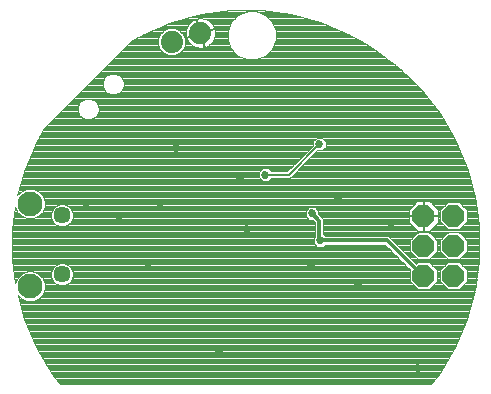
<source format=gbl>
G75*
%MOIN*%
%OFA0B0*%
%FSLAX25Y25*%
%IPPOS*%
%LPD*%
%AMOC8*
5,1,8,0,0,1.08239X$1,22.5*
%
%ADD10C,0.07400*%
%ADD11C,0.05709*%
%ADD12C,0.08268*%
%ADD13OC8,0.07400*%
%ADD14C,0.00394*%
%ADD15C,0.02700*%
%ADD16C,0.01200*%
%ADD17C,0.00600*%
D10*
X0059754Y0162983D03*
X0069312Y0165923D03*
D11*
X0023194Y0105144D03*
X0023194Y0085459D03*
D12*
X0012605Y0081524D03*
X0012559Y0109096D03*
D13*
X0143725Y0104976D03*
X0153725Y0104976D03*
X0153725Y0094976D03*
X0143725Y0094976D03*
X0143725Y0084976D03*
X0153725Y0084976D03*
D14*
X0022560Y0048932D02*
X0019837Y0052386D01*
X0014658Y0061146D01*
X0010695Y0070519D01*
X0008467Y0078690D01*
X0009812Y0077344D01*
X0011624Y0076594D01*
X0013586Y0076594D01*
X0015398Y0077344D01*
X0016785Y0078731D01*
X0017536Y0080543D01*
X0017536Y0082505D01*
X0016785Y0084317D01*
X0015398Y0085704D01*
X0013586Y0086455D01*
X0011624Y0086455D01*
X0009812Y0085704D01*
X0008425Y0084317D01*
X0007715Y0082604D01*
X0006673Y0090425D01*
X0006687Y0100601D01*
X0007689Y0107968D01*
X0008379Y0106302D01*
X0009766Y0104915D01*
X0011578Y0104165D01*
X0013540Y0104165D01*
X0015352Y0104915D01*
X0016739Y0106302D01*
X0017490Y0108115D01*
X0017490Y0110076D01*
X0016739Y0111889D01*
X0015352Y0113276D01*
X0013540Y0114026D01*
X0011578Y0114026D01*
X0009766Y0113276D01*
X0008395Y0111904D01*
X0010763Y0120496D01*
X0014752Y0129858D01*
X0017106Y0134135D01*
X0046261Y0163290D01*
X0050489Y0165639D01*
X0059746Y0169616D01*
X0069455Y0172309D01*
X0079439Y0173668D01*
X0089515Y0173668D01*
X0099499Y0172309D01*
X0109208Y0169616D01*
X0118466Y0165639D01*
X0122242Y0163540D01*
X0122243Y0163538D01*
X0122900Y0163173D01*
X0123544Y0162786D01*
X0123547Y0162787D01*
X0127318Y0160530D01*
X0135523Y0154431D01*
X0142846Y0147297D01*
X0149158Y0139254D01*
X0154347Y0130445D01*
X0158321Y0121025D01*
X0161011Y0111161D01*
X0162367Y0101028D01*
X0162367Y0090804D01*
X0161011Y0080671D01*
X0158321Y0070807D01*
X0154347Y0061387D01*
X0149158Y0052578D01*
X0146339Y0048986D01*
X0022560Y0048932D01*
X0022382Y0049159D02*
X0146475Y0049159D01*
X0146783Y0049551D02*
X0022072Y0049551D01*
X0021763Y0049943D02*
X0147090Y0049943D01*
X0147398Y0050335D02*
X0021454Y0050335D01*
X0021145Y0050727D02*
X0147706Y0050727D01*
X0148014Y0051120D02*
X0020835Y0051120D01*
X0020526Y0051512D02*
X0148322Y0051512D01*
X0148629Y0051904D02*
X0020217Y0051904D01*
X0019908Y0052296D02*
X0148937Y0052296D01*
X0149223Y0052689D02*
X0019658Y0052689D01*
X0019426Y0053081D02*
X0149454Y0053081D01*
X0149685Y0053473D02*
X0019194Y0053473D01*
X0018963Y0053865D02*
X0149916Y0053865D01*
X0150148Y0054257D02*
X0018731Y0054257D01*
X0018499Y0054650D02*
X0150379Y0054650D01*
X0150610Y0055042D02*
X0018267Y0055042D01*
X0018035Y0055434D02*
X0150841Y0055434D01*
X0151072Y0055826D02*
X0017803Y0055826D01*
X0017572Y0056218D02*
X0151303Y0056218D01*
X0151534Y0056611D02*
X0017340Y0056611D01*
X0017108Y0057003D02*
X0151765Y0057003D01*
X0151996Y0057395D02*
X0016876Y0057395D01*
X0016644Y0057787D02*
X0152227Y0057787D01*
X0152458Y0058179D02*
X0016412Y0058179D01*
X0016180Y0058572D02*
X0152689Y0058572D01*
X0152920Y0058964D02*
X0015949Y0058964D01*
X0015717Y0059356D02*
X0153151Y0059356D01*
X0153382Y0059748D02*
X0015485Y0059748D01*
X0015253Y0060141D02*
X0153613Y0060141D01*
X0153844Y0060533D02*
X0015021Y0060533D01*
X0014789Y0060925D02*
X0154075Y0060925D01*
X0154306Y0061317D02*
X0014586Y0061317D01*
X0014420Y0061709D02*
X0154483Y0061709D01*
X0154649Y0062102D02*
X0014255Y0062102D01*
X0014089Y0062494D02*
X0154814Y0062494D01*
X0154980Y0062886D02*
X0013923Y0062886D01*
X0013757Y0063278D02*
X0155145Y0063278D01*
X0155311Y0063670D02*
X0013591Y0063670D01*
X0013425Y0064063D02*
X0155476Y0064063D01*
X0155642Y0064455D02*
X0013259Y0064455D01*
X0013094Y0064847D02*
X0155807Y0064847D01*
X0155972Y0065239D02*
X0012928Y0065239D01*
X0012762Y0065632D02*
X0156138Y0065632D01*
X0156303Y0066024D02*
X0012596Y0066024D01*
X0012430Y0066416D02*
X0156469Y0066416D01*
X0156634Y0066808D02*
X0012264Y0066808D01*
X0012098Y0067200D02*
X0156800Y0067200D01*
X0156965Y0067593D02*
X0011933Y0067593D01*
X0011767Y0067985D02*
X0157131Y0067985D01*
X0157296Y0068377D02*
X0011601Y0068377D01*
X0011435Y0068769D02*
X0157462Y0068769D01*
X0157627Y0069161D02*
X0011269Y0069161D01*
X0011103Y0069554D02*
X0157793Y0069554D01*
X0157958Y0069946D02*
X0010937Y0069946D01*
X0010772Y0070338D02*
X0158124Y0070338D01*
X0158289Y0070730D02*
X0010637Y0070730D01*
X0010530Y0071122D02*
X0158408Y0071122D01*
X0158514Y0071515D02*
X0010423Y0071515D01*
X0010317Y0071907D02*
X0158621Y0071907D01*
X0158728Y0072299D02*
X0010210Y0072299D01*
X0010103Y0072691D02*
X0158835Y0072691D01*
X0158942Y0073084D02*
X0009996Y0073084D01*
X0009889Y0073476D02*
X0159049Y0073476D01*
X0159156Y0073868D02*
X0009782Y0073868D01*
X0009675Y0074260D02*
X0159263Y0074260D01*
X0159370Y0074652D02*
X0009568Y0074652D01*
X0009461Y0075045D02*
X0159477Y0075045D01*
X0159584Y0075437D02*
X0009354Y0075437D01*
X0009247Y0075829D02*
X0159691Y0075829D01*
X0159798Y0076221D02*
X0009140Y0076221D01*
X0009033Y0076613D02*
X0011576Y0076613D01*
X0010629Y0077006D02*
X0008926Y0077006D01*
X0008819Y0077398D02*
X0009758Y0077398D01*
X0009366Y0077790D02*
X0008712Y0077790D01*
X0008605Y0078182D02*
X0008974Y0078182D01*
X0008582Y0078575D02*
X0008498Y0078575D01*
X0007833Y0082889D02*
X0007677Y0082889D01*
X0007625Y0083281D02*
X0007996Y0083281D01*
X0008158Y0083673D02*
X0007573Y0083673D01*
X0007521Y0084065D02*
X0008321Y0084065D01*
X0008566Y0084458D02*
X0007468Y0084458D01*
X0007416Y0084850D02*
X0008958Y0084850D01*
X0009350Y0085242D02*
X0007364Y0085242D01*
X0007312Y0085634D02*
X0009742Y0085634D01*
X0010590Y0086027D02*
X0007259Y0086027D01*
X0007207Y0086419D02*
X0011537Y0086419D01*
X0013673Y0086419D02*
X0019640Y0086419D01*
X0019543Y0086185D02*
X0020099Y0087527D01*
X0021126Y0088554D01*
X0022468Y0089110D01*
X0023920Y0089110D01*
X0025262Y0088554D01*
X0026289Y0087527D01*
X0026845Y0086185D01*
X0026845Y0084732D01*
X0026289Y0083390D01*
X0025262Y0082363D01*
X0023920Y0081807D01*
X0022468Y0081807D01*
X0021126Y0082363D01*
X0020099Y0083390D01*
X0019543Y0084732D01*
X0019543Y0086185D01*
X0019543Y0086027D02*
X0014620Y0086027D01*
X0015468Y0085634D02*
X0019543Y0085634D01*
X0019543Y0085242D02*
X0015860Y0085242D01*
X0016253Y0084850D02*
X0019543Y0084850D01*
X0019657Y0084458D02*
X0016645Y0084458D01*
X0016890Y0084065D02*
X0019819Y0084065D01*
X0019982Y0083673D02*
X0017052Y0083673D01*
X0017214Y0083281D02*
X0020208Y0083281D01*
X0020600Y0082889D02*
X0017377Y0082889D01*
X0017536Y0082497D02*
X0020993Y0082497D01*
X0021751Y0082104D02*
X0017536Y0082104D01*
X0017536Y0081712D02*
X0140630Y0081712D01*
X0141022Y0081320D02*
X0017536Y0081320D01*
X0017536Y0080928D02*
X0141414Y0080928D01*
X0141807Y0080536D02*
X0017533Y0080536D01*
X0017370Y0080143D02*
X0160867Y0080143D01*
X0160760Y0079751D02*
X0017208Y0079751D01*
X0017045Y0079359D02*
X0160653Y0079359D01*
X0160546Y0078967D02*
X0016883Y0078967D01*
X0016628Y0078575D02*
X0160439Y0078575D01*
X0160332Y0078182D02*
X0016236Y0078182D01*
X0015844Y0077790D02*
X0160225Y0077790D01*
X0160118Y0077398D02*
X0015452Y0077398D01*
X0014581Y0077006D02*
X0160011Y0077006D01*
X0159905Y0076613D02*
X0013634Y0076613D01*
X0019802Y0086811D02*
X0007155Y0086811D01*
X0007103Y0087203D02*
X0019965Y0087203D01*
X0020167Y0087595D02*
X0007050Y0087595D01*
X0006998Y0087988D02*
X0020560Y0087988D01*
X0020952Y0088380D02*
X0006946Y0088380D01*
X0006894Y0088772D02*
X0021653Y0088772D01*
X0024736Y0088772D02*
X0137566Y0088772D01*
X0137174Y0089164D02*
X0006841Y0089164D01*
X0006789Y0089556D02*
X0136782Y0089556D01*
X0136390Y0089949D02*
X0006737Y0089949D01*
X0006685Y0090341D02*
X0135997Y0090341D01*
X0135605Y0090733D02*
X0006674Y0090733D01*
X0006674Y0091125D02*
X0135213Y0091125D01*
X0134821Y0091518D02*
X0006675Y0091518D01*
X0006675Y0091910D02*
X0134428Y0091910D01*
X0134036Y0092302D02*
X0006676Y0092302D01*
X0006676Y0092694D02*
X0133644Y0092694D01*
X0133252Y0093086D02*
X0006677Y0093086D01*
X0006678Y0093479D02*
X0132860Y0093479D01*
X0132467Y0093871D02*
X0006678Y0093871D01*
X0006679Y0094263D02*
X0132075Y0094263D01*
X0131683Y0094655D02*
X0006679Y0094655D01*
X0006680Y0095047D02*
X0108030Y0095047D01*
X0108393Y0094685D02*
X0107135Y0095942D01*
X0107135Y0097721D01*
X0107585Y0098171D01*
X0107585Y0102853D01*
X0106753Y0103685D01*
X0105693Y0103685D01*
X0104435Y0104942D01*
X0104435Y0106721D01*
X0105693Y0107979D01*
X0107471Y0107979D01*
X0108729Y0106721D01*
X0108729Y0105660D01*
X0110379Y0104010D01*
X0110379Y0098771D01*
X0110921Y0098229D01*
X0132060Y0098229D01*
X0141339Y0088950D01*
X0141863Y0089473D01*
X0145588Y0089473D01*
X0148222Y0086839D01*
X0148222Y0083114D01*
X0145588Y0080479D01*
X0141863Y0080479D01*
X0139229Y0083114D01*
X0139229Y0086839D01*
X0139364Y0086974D01*
X0130903Y0095435D01*
X0110921Y0095435D01*
X0110171Y0094685D01*
X0108393Y0094685D01*
X0107638Y0095440D02*
X0006680Y0095440D01*
X0006681Y0095832D02*
X0107246Y0095832D01*
X0107135Y0096224D02*
X0006681Y0096224D01*
X0006682Y0096616D02*
X0107135Y0096616D01*
X0107135Y0097008D02*
X0006682Y0097008D01*
X0006683Y0097401D02*
X0107135Y0097401D01*
X0107207Y0097793D02*
X0006683Y0097793D01*
X0006684Y0098185D02*
X0107585Y0098185D01*
X0107585Y0098577D02*
X0006685Y0098577D01*
X0006685Y0098970D02*
X0107585Y0098970D01*
X0107585Y0099362D02*
X0006686Y0099362D01*
X0006686Y0099754D02*
X0107585Y0099754D01*
X0107585Y0100146D02*
X0006687Y0100146D01*
X0006687Y0100538D02*
X0107585Y0100538D01*
X0107585Y0100931D02*
X0006732Y0100931D01*
X0006785Y0101323D02*
X0107585Y0101323D01*
X0107585Y0101715D02*
X0024458Y0101715D01*
X0023920Y0101492D02*
X0025262Y0102048D01*
X0026289Y0103075D01*
X0026845Y0104417D01*
X0026845Y0105870D01*
X0026289Y0107212D01*
X0025262Y0108239D01*
X0023920Y0108795D01*
X0022468Y0108795D01*
X0021126Y0108239D01*
X0020099Y0107212D01*
X0019543Y0105870D01*
X0019543Y0104417D01*
X0020099Y0103075D01*
X0021126Y0102048D01*
X0022468Y0101492D01*
X0023920Y0101492D01*
X0025321Y0102107D02*
X0107585Y0102107D01*
X0107585Y0102499D02*
X0025714Y0102499D01*
X0026106Y0102892D02*
X0107547Y0102892D01*
X0107154Y0103284D02*
X0026376Y0103284D01*
X0026538Y0103676D02*
X0106762Y0103676D01*
X0105309Y0104068D02*
X0026701Y0104068D01*
X0026845Y0104461D02*
X0104917Y0104461D01*
X0104525Y0104853D02*
X0026845Y0104853D01*
X0026845Y0105245D02*
X0104435Y0105245D01*
X0104435Y0105637D02*
X0026845Y0105637D01*
X0026779Y0106029D02*
X0104435Y0106029D01*
X0104435Y0106422D02*
X0026617Y0106422D01*
X0026454Y0106814D02*
X0104528Y0106814D01*
X0104920Y0107206D02*
X0026292Y0107206D01*
X0025903Y0107598D02*
X0105312Y0107598D01*
X0107852Y0107598D02*
X0139422Y0107598D01*
X0139030Y0107206D02*
X0108244Y0107206D01*
X0108636Y0106814D02*
X0138829Y0106814D01*
X0138829Y0107005D02*
X0138829Y0105173D01*
X0143529Y0105173D01*
X0143529Y0109873D01*
X0141697Y0109873D01*
X0138829Y0107005D01*
X0138829Y0106422D02*
X0108729Y0106422D01*
X0108729Y0106029D02*
X0138829Y0106029D01*
X0138829Y0105637D02*
X0108752Y0105637D01*
X0109144Y0105245D02*
X0138829Y0105245D01*
X0138829Y0104779D02*
X0138829Y0102948D01*
X0141697Y0100079D01*
X0143529Y0100079D01*
X0143529Y0104779D01*
X0143922Y0104779D01*
X0143922Y0100079D01*
X0145754Y0100079D01*
X0148622Y0102948D01*
X0148622Y0104779D01*
X0143922Y0104779D01*
X0143922Y0105173D01*
X0143529Y0105173D01*
X0143529Y0104779D01*
X0138829Y0104779D01*
X0138829Y0104461D02*
X0109929Y0104461D01*
X0109536Y0104853D02*
X0143529Y0104853D01*
X0143529Y0105245D02*
X0143922Y0105245D01*
X0143922Y0105173D02*
X0143922Y0109873D01*
X0145754Y0109873D01*
X0148622Y0107005D01*
X0148622Y0105173D01*
X0143922Y0105173D01*
X0143922Y0104853D02*
X0149229Y0104853D01*
X0149229Y0105245D02*
X0148622Y0105245D01*
X0148622Y0105637D02*
X0149229Y0105637D01*
X0149229Y0106029D02*
X0148622Y0106029D01*
X0148622Y0106422D02*
X0149229Y0106422D01*
X0149229Y0106814D02*
X0148622Y0106814D01*
X0148421Y0107206D02*
X0149596Y0107206D01*
X0149229Y0106839D02*
X0149229Y0103114D01*
X0151863Y0100479D01*
X0155588Y0100479D01*
X0158222Y0103114D01*
X0158222Y0106839D01*
X0155588Y0109473D01*
X0151863Y0109473D01*
X0149229Y0106839D01*
X0149988Y0107598D02*
X0148029Y0107598D01*
X0147637Y0107990D02*
X0150380Y0107990D01*
X0150772Y0108383D02*
X0147244Y0108383D01*
X0146852Y0108775D02*
X0151164Y0108775D01*
X0151557Y0109167D02*
X0146460Y0109167D01*
X0146068Y0109559D02*
X0161225Y0109559D01*
X0161278Y0109167D02*
X0155894Y0109167D01*
X0156286Y0108775D02*
X0161330Y0108775D01*
X0161383Y0108383D02*
X0156679Y0108383D01*
X0157071Y0107990D02*
X0161435Y0107990D01*
X0161488Y0107598D02*
X0157463Y0107598D01*
X0157855Y0107206D02*
X0161540Y0107206D01*
X0161593Y0106814D02*
X0158222Y0106814D01*
X0158222Y0106422D02*
X0161645Y0106422D01*
X0161698Y0106029D02*
X0158222Y0106029D01*
X0158222Y0105637D02*
X0161750Y0105637D01*
X0161803Y0105245D02*
X0158222Y0105245D01*
X0158222Y0104853D02*
X0161855Y0104853D01*
X0161908Y0104461D02*
X0158222Y0104461D01*
X0158222Y0104068D02*
X0161960Y0104068D01*
X0162013Y0103676D02*
X0158222Y0103676D01*
X0158222Y0103284D02*
X0162065Y0103284D01*
X0162118Y0102892D02*
X0158000Y0102892D01*
X0157608Y0102499D02*
X0162170Y0102499D01*
X0162223Y0102107D02*
X0157216Y0102107D01*
X0156824Y0101715D02*
X0162275Y0101715D01*
X0162328Y0101323D02*
X0156431Y0101323D01*
X0156039Y0100931D02*
X0162367Y0100931D01*
X0162367Y0100538D02*
X0155647Y0100538D01*
X0155588Y0099473D02*
X0151863Y0099473D01*
X0149229Y0096839D01*
X0149229Y0093114D01*
X0151863Y0090479D01*
X0155588Y0090479D01*
X0158222Y0093114D01*
X0158222Y0096839D01*
X0155588Y0099473D01*
X0155699Y0099362D02*
X0162367Y0099362D01*
X0162367Y0099754D02*
X0110379Y0099754D01*
X0110379Y0100146D02*
X0141630Y0100146D01*
X0141238Y0100538D02*
X0110379Y0100538D01*
X0110379Y0100931D02*
X0140846Y0100931D01*
X0140454Y0101323D02*
X0110379Y0101323D01*
X0110379Y0101715D02*
X0140062Y0101715D01*
X0139669Y0102107D02*
X0110379Y0102107D01*
X0110379Y0102499D02*
X0139277Y0102499D01*
X0138885Y0102892D02*
X0110379Y0102892D01*
X0110379Y0103284D02*
X0138829Y0103284D01*
X0138829Y0103676D02*
X0110379Y0103676D01*
X0110321Y0104068D02*
X0138829Y0104068D01*
X0143529Y0104068D02*
X0143922Y0104068D01*
X0143922Y0103676D02*
X0143529Y0103676D01*
X0143529Y0103284D02*
X0143922Y0103284D01*
X0143922Y0102892D02*
X0143529Y0102892D01*
X0143529Y0102499D02*
X0143922Y0102499D01*
X0143922Y0102107D02*
X0143529Y0102107D01*
X0143529Y0101715D02*
X0143922Y0101715D01*
X0143922Y0101323D02*
X0143529Y0101323D01*
X0143529Y0100931D02*
X0143922Y0100931D01*
X0143922Y0100538D02*
X0143529Y0100538D01*
X0143529Y0100146D02*
X0143922Y0100146D01*
X0145588Y0099473D02*
X0141863Y0099473D01*
X0139229Y0096839D01*
X0139229Y0093114D01*
X0141863Y0090479D01*
X0145588Y0090479D01*
X0148222Y0093114D01*
X0148222Y0096839D01*
X0145588Y0099473D01*
X0145699Y0099362D02*
X0151751Y0099362D01*
X0151359Y0098970D02*
X0146092Y0098970D01*
X0146484Y0098577D02*
X0150967Y0098577D01*
X0150575Y0098185D02*
X0146876Y0098185D01*
X0147268Y0097793D02*
X0150183Y0097793D01*
X0149790Y0097401D02*
X0147661Y0097401D01*
X0148053Y0097008D02*
X0149398Y0097008D01*
X0149229Y0096616D02*
X0148222Y0096616D01*
X0148222Y0096224D02*
X0149229Y0096224D01*
X0149229Y0095832D02*
X0148222Y0095832D01*
X0148222Y0095440D02*
X0149229Y0095440D01*
X0149229Y0095047D02*
X0148222Y0095047D01*
X0148222Y0094655D02*
X0149229Y0094655D01*
X0149229Y0094263D02*
X0148222Y0094263D01*
X0148222Y0093871D02*
X0149229Y0093871D01*
X0149229Y0093479D02*
X0148222Y0093479D01*
X0148195Y0093086D02*
X0149256Y0093086D01*
X0149648Y0092694D02*
X0147803Y0092694D01*
X0147411Y0092302D02*
X0150040Y0092302D01*
X0150433Y0091910D02*
X0147018Y0091910D01*
X0146626Y0091518D02*
X0150825Y0091518D01*
X0151217Y0091125D02*
X0146234Y0091125D01*
X0145842Y0090733D02*
X0151609Y0090733D01*
X0151863Y0089473D02*
X0149229Y0086839D01*
X0149229Y0083114D01*
X0151863Y0080479D01*
X0155588Y0080479D01*
X0158222Y0083114D01*
X0158222Y0086839D01*
X0155588Y0089473D01*
X0151863Y0089473D01*
X0151554Y0089164D02*
X0145897Y0089164D01*
X0146289Y0088772D02*
X0151162Y0088772D01*
X0150769Y0088380D02*
X0146681Y0088380D01*
X0147074Y0087988D02*
X0150377Y0087988D01*
X0149985Y0087595D02*
X0147466Y0087595D01*
X0147858Y0087203D02*
X0149593Y0087203D01*
X0149229Y0086811D02*
X0148222Y0086811D01*
X0148222Y0086419D02*
X0149229Y0086419D01*
X0149229Y0086027D02*
X0148222Y0086027D01*
X0148222Y0085634D02*
X0149229Y0085634D01*
X0149229Y0085242D02*
X0148222Y0085242D01*
X0148222Y0084850D02*
X0149229Y0084850D01*
X0149229Y0084458D02*
X0148222Y0084458D01*
X0148222Y0084065D02*
X0149229Y0084065D01*
X0149229Y0083673D02*
X0148222Y0083673D01*
X0148222Y0083281D02*
X0149229Y0083281D01*
X0149453Y0082889D02*
X0147997Y0082889D01*
X0147605Y0082497D02*
X0149846Y0082497D01*
X0150238Y0082104D02*
X0147213Y0082104D01*
X0146821Y0081712D02*
X0150630Y0081712D01*
X0151022Y0081320D02*
X0146429Y0081320D01*
X0146036Y0080928D02*
X0151414Y0080928D01*
X0151807Y0080536D02*
X0145644Y0080536D01*
X0140238Y0082104D02*
X0024637Y0082104D01*
X0025396Y0082497D02*
X0139846Y0082497D01*
X0139453Y0082889D02*
X0025788Y0082889D01*
X0026180Y0083281D02*
X0139229Y0083281D01*
X0139229Y0083673D02*
X0026407Y0083673D01*
X0026569Y0084065D02*
X0139229Y0084065D01*
X0139229Y0084458D02*
X0026732Y0084458D01*
X0026845Y0084850D02*
X0139229Y0084850D01*
X0139229Y0085242D02*
X0026845Y0085242D01*
X0026845Y0085634D02*
X0139229Y0085634D01*
X0139229Y0086027D02*
X0026845Y0086027D01*
X0026748Y0086419D02*
X0139229Y0086419D01*
X0139229Y0086811D02*
X0026586Y0086811D01*
X0026424Y0087203D02*
X0139135Y0087203D01*
X0138743Y0087595D02*
X0026221Y0087595D01*
X0025829Y0087988D02*
X0138351Y0087988D01*
X0137958Y0088380D02*
X0025436Y0088380D01*
X0021931Y0101715D02*
X0006839Y0101715D01*
X0006892Y0102107D02*
X0021067Y0102107D01*
X0020675Y0102499D02*
X0006945Y0102499D01*
X0006999Y0102892D02*
X0020283Y0102892D01*
X0020013Y0103284D02*
X0007052Y0103284D01*
X0007105Y0103676D02*
X0019850Y0103676D01*
X0019688Y0104068D02*
X0007159Y0104068D01*
X0007212Y0104461D02*
X0010864Y0104461D01*
X0009918Y0104853D02*
X0007265Y0104853D01*
X0007319Y0105245D02*
X0009437Y0105245D01*
X0009044Y0105637D02*
X0007372Y0105637D01*
X0007426Y0106029D02*
X0008652Y0106029D01*
X0008330Y0106422D02*
X0007479Y0106422D01*
X0007532Y0106814D02*
X0008167Y0106814D01*
X0008005Y0107206D02*
X0007586Y0107206D01*
X0007639Y0107598D02*
X0007842Y0107598D01*
X0008397Y0111913D02*
X0008403Y0111913D01*
X0008505Y0112305D02*
X0008795Y0112305D01*
X0008613Y0112697D02*
X0009188Y0112697D01*
X0009580Y0113089D02*
X0008721Y0113089D01*
X0008830Y0113481D02*
X0010263Y0113481D01*
X0011210Y0113874D02*
X0008938Y0113874D01*
X0009046Y0114266D02*
X0160164Y0114266D01*
X0160057Y0114658D02*
X0009154Y0114658D01*
X0009262Y0115050D02*
X0159950Y0115050D01*
X0159843Y0115442D02*
X0009370Y0115442D01*
X0009478Y0115835D02*
X0159737Y0115835D01*
X0159630Y0116227D02*
X0009586Y0116227D01*
X0009694Y0116619D02*
X0090058Y0116619D01*
X0090093Y0116585D02*
X0091871Y0116585D01*
X0092921Y0117635D01*
X0098328Y0117635D01*
X0099236Y0117635D01*
X0108386Y0126785D01*
X0109871Y0126785D01*
X0111129Y0128042D01*
X0111129Y0129821D01*
X0109871Y0131079D01*
X0108093Y0131079D01*
X0106835Y0129821D01*
X0106835Y0128336D01*
X0098328Y0119829D01*
X0092921Y0119829D01*
X0091871Y0120879D01*
X0090093Y0120879D01*
X0088835Y0119621D01*
X0088835Y0117842D01*
X0090093Y0116585D01*
X0089666Y0117011D02*
X0009803Y0117011D01*
X0009911Y0117404D02*
X0089274Y0117404D01*
X0088882Y0117796D02*
X0010019Y0117796D01*
X0010127Y0118188D02*
X0088835Y0118188D01*
X0088835Y0118580D02*
X0010235Y0118580D01*
X0010343Y0118972D02*
X0088835Y0118972D01*
X0088835Y0119365D02*
X0010451Y0119365D01*
X0010559Y0119757D02*
X0088971Y0119757D01*
X0089363Y0120149D02*
X0010668Y0120149D01*
X0010783Y0120541D02*
X0089755Y0120541D01*
X0092209Y0120541D02*
X0099040Y0120541D01*
X0098648Y0120149D02*
X0092601Y0120149D01*
X0092690Y0117404D02*
X0159309Y0117404D01*
X0159202Y0117796D02*
X0099397Y0117796D01*
X0099789Y0118188D02*
X0159095Y0118188D01*
X0158988Y0118580D02*
X0100181Y0118580D01*
X0100574Y0118972D02*
X0158881Y0118972D01*
X0158774Y0119365D02*
X0100966Y0119365D01*
X0101358Y0119757D02*
X0158667Y0119757D01*
X0158560Y0120149D02*
X0101750Y0120149D01*
X0102143Y0120541D02*
X0158453Y0120541D01*
X0158346Y0120933D02*
X0102535Y0120933D01*
X0102927Y0121326D02*
X0158195Y0121326D01*
X0158029Y0121718D02*
X0103319Y0121718D01*
X0103711Y0122110D02*
X0157864Y0122110D01*
X0157698Y0122502D02*
X0104104Y0122502D01*
X0104496Y0122894D02*
X0157533Y0122894D01*
X0157367Y0123287D02*
X0104888Y0123287D01*
X0105280Y0123679D02*
X0157202Y0123679D01*
X0157036Y0124071D02*
X0105672Y0124071D01*
X0106065Y0124463D02*
X0156871Y0124463D01*
X0156705Y0124856D02*
X0106457Y0124856D01*
X0106849Y0125248D02*
X0156540Y0125248D01*
X0156374Y0125640D02*
X0107241Y0125640D01*
X0107633Y0126032D02*
X0156209Y0126032D01*
X0156043Y0126424D02*
X0108026Y0126424D01*
X0106492Y0127993D02*
X0013958Y0127993D01*
X0013791Y0127601D02*
X0106100Y0127601D01*
X0105708Y0127209D02*
X0013623Y0127209D01*
X0013456Y0126817D02*
X0105316Y0126817D01*
X0104923Y0126424D02*
X0013289Y0126424D01*
X0013122Y0126032D02*
X0104531Y0126032D01*
X0104139Y0125640D02*
X0012955Y0125640D01*
X0012788Y0125248D02*
X0103747Y0125248D01*
X0103354Y0124856D02*
X0012621Y0124856D01*
X0012454Y0124463D02*
X0102962Y0124463D01*
X0102570Y0124071D02*
X0012287Y0124071D01*
X0012119Y0123679D02*
X0102178Y0123679D01*
X0101786Y0123287D02*
X0011952Y0123287D01*
X0011785Y0122894D02*
X0101393Y0122894D01*
X0101001Y0122502D02*
X0011618Y0122502D01*
X0011451Y0122110D02*
X0100609Y0122110D01*
X0100217Y0121718D02*
X0011284Y0121718D01*
X0011117Y0121326D02*
X0099825Y0121326D01*
X0099432Y0120933D02*
X0010950Y0120933D01*
X0013908Y0113874D02*
X0160271Y0113874D01*
X0160378Y0113481D02*
X0014855Y0113481D01*
X0015539Y0113089D02*
X0160485Y0113089D01*
X0160592Y0112697D02*
X0015931Y0112697D01*
X0016323Y0112305D02*
X0160699Y0112305D01*
X0160806Y0111913D02*
X0016715Y0111913D01*
X0016892Y0111520D02*
X0160913Y0111520D01*
X0161015Y0111128D02*
X0017054Y0111128D01*
X0017217Y0110736D02*
X0161068Y0110736D01*
X0161120Y0110344D02*
X0017379Y0110344D01*
X0017490Y0109951D02*
X0161173Y0109951D01*
X0159523Y0116619D02*
X0091905Y0116619D01*
X0092298Y0117011D02*
X0159416Y0117011D01*
X0155878Y0126817D02*
X0109903Y0126817D01*
X0110295Y0127209D02*
X0155713Y0127209D01*
X0155547Y0127601D02*
X0110687Y0127601D01*
X0111079Y0127993D02*
X0155382Y0127993D01*
X0155216Y0128385D02*
X0111129Y0128385D01*
X0111129Y0128778D02*
X0155051Y0128778D01*
X0154885Y0129170D02*
X0111129Y0129170D01*
X0111129Y0129562D02*
X0154720Y0129562D01*
X0154554Y0129954D02*
X0110995Y0129954D01*
X0110603Y0130347D02*
X0154389Y0130347D01*
X0154174Y0130739D02*
X0110211Y0130739D01*
X0107753Y0130739D02*
X0015237Y0130739D01*
X0015453Y0131131D02*
X0153943Y0131131D01*
X0153712Y0131523D02*
X0015669Y0131523D01*
X0015885Y0131915D02*
X0153481Y0131915D01*
X0153250Y0132308D02*
X0016101Y0132308D01*
X0016316Y0132700D02*
X0153019Y0132700D01*
X0152788Y0133092D02*
X0016532Y0133092D01*
X0016748Y0133484D02*
X0152557Y0133484D01*
X0152326Y0133876D02*
X0016964Y0133876D01*
X0017240Y0134269D02*
X0152095Y0134269D01*
X0151864Y0134661D02*
X0017632Y0134661D01*
X0018025Y0135053D02*
X0151633Y0135053D01*
X0151402Y0135445D02*
X0018417Y0135445D01*
X0018809Y0135837D02*
X0151171Y0135837D01*
X0150940Y0136230D02*
X0019201Y0136230D01*
X0019593Y0136622D02*
X0150709Y0136622D01*
X0150478Y0137014D02*
X0019986Y0137014D01*
X0020378Y0137406D02*
X0030553Y0137406D01*
X0029975Y0137646D02*
X0031250Y0137117D01*
X0032630Y0137117D01*
X0033905Y0137646D01*
X0034881Y0138621D01*
X0035409Y0139896D01*
X0035409Y0141276D01*
X0034881Y0142551D01*
X0033905Y0143526D01*
X0032630Y0144054D01*
X0031250Y0144054D01*
X0029975Y0143526D01*
X0029000Y0142551D01*
X0028472Y0141276D01*
X0028472Y0139896D01*
X0029000Y0138621D01*
X0029975Y0137646D01*
X0029822Y0137799D02*
X0020770Y0137799D01*
X0021162Y0138191D02*
X0029430Y0138191D01*
X0029038Y0138583D02*
X0021554Y0138583D01*
X0021947Y0138975D02*
X0028853Y0138975D01*
X0028691Y0139367D02*
X0022339Y0139367D01*
X0022731Y0139760D02*
X0028528Y0139760D01*
X0028472Y0140152D02*
X0023123Y0140152D01*
X0023516Y0140544D02*
X0028472Y0140544D01*
X0028472Y0140936D02*
X0023908Y0140936D01*
X0024300Y0141328D02*
X0028493Y0141328D01*
X0028656Y0141721D02*
X0024692Y0141721D01*
X0025084Y0142113D02*
X0028818Y0142113D01*
X0028981Y0142505D02*
X0025477Y0142505D01*
X0025869Y0142897D02*
X0029346Y0142897D01*
X0029738Y0143290D02*
X0026261Y0143290D01*
X0026653Y0143682D02*
X0030350Y0143682D01*
X0028222Y0145251D02*
X0144452Y0145251D01*
X0144144Y0145643D02*
X0041401Y0145643D01*
X0040982Y0145469D02*
X0039602Y0145469D01*
X0038327Y0145997D01*
X0037351Y0146973D01*
X0036823Y0148248D01*
X0036823Y0149628D01*
X0037351Y0150902D01*
X0038327Y0151878D01*
X0039602Y0152406D01*
X0040982Y0152406D01*
X0042257Y0151878D01*
X0043232Y0150902D01*
X0043760Y0149628D01*
X0043760Y0148248D01*
X0043232Y0146973D01*
X0042257Y0145997D01*
X0040982Y0145469D01*
X0042294Y0146035D02*
X0143837Y0146035D01*
X0143529Y0146427D02*
X0042687Y0146427D01*
X0043079Y0146819D02*
X0143221Y0146819D01*
X0142913Y0147212D02*
X0043331Y0147212D01*
X0043494Y0147604D02*
X0142531Y0147604D01*
X0142128Y0147996D02*
X0043656Y0147996D01*
X0043760Y0148388D02*
X0141726Y0148388D01*
X0141323Y0148780D02*
X0043760Y0148780D01*
X0043760Y0149173D02*
X0140921Y0149173D01*
X0140518Y0149565D02*
X0043760Y0149565D01*
X0043624Y0149957D02*
X0140115Y0149957D01*
X0139713Y0150349D02*
X0043461Y0150349D01*
X0043299Y0150742D02*
X0139310Y0150742D01*
X0138908Y0151134D02*
X0043001Y0151134D01*
X0042609Y0151526D02*
X0138505Y0151526D01*
X0138102Y0151918D02*
X0042160Y0151918D01*
X0041213Y0152310D02*
X0137700Y0152310D01*
X0137297Y0152703D02*
X0035674Y0152703D01*
X0036066Y0153095D02*
X0136894Y0153095D01*
X0136492Y0153487D02*
X0036459Y0153487D01*
X0036851Y0153879D02*
X0136089Y0153879D01*
X0135687Y0154271D02*
X0037243Y0154271D01*
X0037635Y0154664D02*
X0135210Y0154664D01*
X0134682Y0155056D02*
X0038027Y0155056D01*
X0038420Y0155448D02*
X0134155Y0155448D01*
X0133627Y0155840D02*
X0038812Y0155840D01*
X0039204Y0156233D02*
X0133099Y0156233D01*
X0132572Y0156625D02*
X0039596Y0156625D01*
X0039988Y0157017D02*
X0132044Y0157017D01*
X0131516Y0157409D02*
X0088683Y0157409D01*
X0088049Y0157146D02*
X0090988Y0158364D01*
X0093237Y0160613D01*
X0094454Y0163552D01*
X0094454Y0166733D01*
X0093237Y0169672D01*
X0090988Y0171921D01*
X0100898Y0171921D01*
X0102312Y0171529D02*
X0091380Y0171529D01*
X0090988Y0171921D02*
X0088049Y0173139D01*
X0084868Y0173139D01*
X0081929Y0171921D01*
X0068056Y0171921D01*
X0068165Y0170700D02*
X0068926Y0170820D01*
X0069697Y0170820D01*
X0070459Y0170700D01*
X0071192Y0170461D01*
X0071878Y0170112D01*
X0072502Y0169658D01*
X0073047Y0169113D01*
X0073500Y0168490D01*
X0073850Y0167803D01*
X0073932Y0167551D01*
X0069442Y0166169D01*
X0069558Y0165793D01*
X0074054Y0167176D01*
X0074088Y0167070D01*
X0074209Y0166309D01*
X0074209Y0165538D01*
X0074088Y0164777D01*
X0073850Y0164044D01*
X0073500Y0163357D01*
X0073047Y0162733D01*
X0072502Y0162188D01*
X0071878Y0161735D01*
X0071192Y0161385D01*
X0070939Y0161303D01*
X0069558Y0165793D01*
X0069182Y0165677D01*
X0070565Y0161182D01*
X0070459Y0161147D01*
X0069697Y0161027D01*
X0068926Y0161027D01*
X0068165Y0161147D01*
X0067432Y0161385D01*
X0066745Y0161735D01*
X0066122Y0162188D01*
X0065577Y0162733D01*
X0065124Y0163357D01*
X0064774Y0164044D01*
X0064692Y0164296D01*
X0069182Y0165677D01*
X0069066Y0166054D01*
X0067685Y0170543D01*
X0067432Y0170461D01*
X0066745Y0170112D01*
X0066122Y0169658D01*
X0065577Y0169113D01*
X0065124Y0168490D01*
X0064774Y0167803D01*
X0064536Y0167070D01*
X0064415Y0166309D01*
X0064415Y0165538D01*
X0064536Y0164777D01*
X0064570Y0164671D01*
X0069066Y0166054D01*
X0069442Y0166169D01*
X0068059Y0170665D01*
X0068165Y0170700D01*
X0068447Y0170744D02*
X0063813Y0170744D01*
X0062399Y0170352D02*
X0067218Y0170352D01*
X0067743Y0170352D02*
X0068155Y0170352D01*
X0068276Y0169960D02*
X0067864Y0169960D01*
X0067985Y0169568D02*
X0068397Y0169568D01*
X0068517Y0169176D02*
X0068105Y0169176D01*
X0068226Y0168783D02*
X0068638Y0168783D01*
X0068759Y0168391D02*
X0068347Y0168391D01*
X0068467Y0167999D02*
X0068879Y0167999D01*
X0069000Y0167607D02*
X0068588Y0167607D01*
X0068709Y0167214D02*
X0069121Y0167214D01*
X0069241Y0166822D02*
X0068829Y0166822D01*
X0068950Y0166430D02*
X0069362Y0166430D01*
X0069483Y0166038D02*
X0070353Y0166038D01*
X0070289Y0166430D02*
X0071628Y0166430D01*
X0071564Y0166822D02*
X0072903Y0166822D01*
X0072839Y0167214D02*
X0078662Y0167214D01*
X0078499Y0166822D02*
X0074127Y0166822D01*
X0074189Y0166430D02*
X0078462Y0166430D01*
X0078462Y0166733D02*
X0078462Y0163552D01*
X0079680Y0160613D01*
X0081929Y0158364D01*
X0084868Y0157146D01*
X0088049Y0157146D01*
X0089630Y0157801D02*
X0130989Y0157801D01*
X0130461Y0158194D02*
X0090577Y0158194D01*
X0091210Y0158586D02*
X0129934Y0158586D01*
X0129406Y0158978D02*
X0091602Y0158978D01*
X0091994Y0159370D02*
X0128878Y0159370D01*
X0128351Y0159762D02*
X0092387Y0159762D01*
X0092779Y0160155D02*
X0127823Y0160155D01*
X0127290Y0160547D02*
X0093171Y0160547D01*
X0093372Y0160939D02*
X0126635Y0160939D01*
X0125980Y0161331D02*
X0093535Y0161331D01*
X0093697Y0161723D02*
X0125324Y0161723D01*
X0124669Y0162116D02*
X0093860Y0162116D01*
X0094022Y0162508D02*
X0124014Y0162508D01*
X0123355Y0162900D02*
X0094184Y0162900D01*
X0094347Y0163292D02*
X0122686Y0163292D01*
X0121983Y0163685D02*
X0094454Y0163685D01*
X0094454Y0164077D02*
X0121277Y0164077D01*
X0120571Y0164469D02*
X0094454Y0164469D01*
X0094454Y0164861D02*
X0119866Y0164861D01*
X0119160Y0165253D02*
X0094454Y0165253D01*
X0094454Y0165646D02*
X0118451Y0165646D01*
X0117538Y0166038D02*
X0094454Y0166038D01*
X0094454Y0166430D02*
X0116625Y0166430D01*
X0115712Y0166822D02*
X0094418Y0166822D01*
X0094255Y0167214D02*
X0114799Y0167214D01*
X0113886Y0167607D02*
X0094093Y0167607D01*
X0093930Y0167999D02*
X0112973Y0167999D01*
X0112060Y0168391D02*
X0093768Y0168391D01*
X0093605Y0168783D02*
X0111147Y0168783D01*
X0110234Y0169176D02*
X0093443Y0169176D01*
X0093280Y0169568D02*
X0109322Y0169568D01*
X0107970Y0169960D02*
X0092949Y0169960D01*
X0092557Y0170352D02*
X0106555Y0170352D01*
X0105141Y0170744D02*
X0092165Y0170744D01*
X0091772Y0171137D02*
X0103727Y0171137D01*
X0099468Y0172313D02*
X0090041Y0172313D01*
X0089095Y0172705D02*
X0096587Y0172705D01*
X0093705Y0173098D02*
X0088148Y0173098D01*
X0090823Y0173490D02*
X0078132Y0173490D01*
X0075250Y0173098D02*
X0084769Y0173098D01*
X0083822Y0172705D02*
X0072368Y0172705D01*
X0069486Y0172313D02*
X0082875Y0172313D01*
X0081929Y0171921D02*
X0079680Y0169672D01*
X0078462Y0166733D01*
X0078462Y0166038D02*
X0074209Y0166038D01*
X0074209Y0165646D02*
X0078462Y0165646D01*
X0078462Y0165253D02*
X0074164Y0165253D01*
X0074101Y0164861D02*
X0078462Y0164861D01*
X0078462Y0164469D02*
X0073988Y0164469D01*
X0073861Y0164077D02*
X0078462Y0164077D01*
X0078462Y0163685D02*
X0073667Y0163685D01*
X0073453Y0163292D02*
X0078570Y0163292D01*
X0078732Y0162900D02*
X0073168Y0162900D01*
X0072822Y0162508D02*
X0078895Y0162508D01*
X0079057Y0162116D02*
X0072402Y0162116D01*
X0071855Y0161723D02*
X0079220Y0161723D01*
X0079382Y0161331D02*
X0071025Y0161331D01*
X0070930Y0161331D02*
X0070519Y0161331D01*
X0070398Y0161723D02*
X0070810Y0161723D01*
X0070689Y0162116D02*
X0070277Y0162116D01*
X0070157Y0162508D02*
X0070568Y0162508D01*
X0070448Y0162900D02*
X0070036Y0162900D01*
X0069915Y0163292D02*
X0070327Y0163292D01*
X0070207Y0163685D02*
X0069795Y0163685D01*
X0069674Y0164077D02*
X0070086Y0164077D01*
X0069965Y0164469D02*
X0069553Y0164469D01*
X0069433Y0164861D02*
X0069845Y0164861D01*
X0069724Y0165253D02*
X0069312Y0165253D01*
X0069191Y0165646D02*
X0069603Y0165646D01*
X0069078Y0165646D02*
X0067740Y0165646D01*
X0067803Y0165253D02*
X0066465Y0165253D01*
X0066529Y0164861D02*
X0065190Y0164861D01*
X0065254Y0164469D02*
X0064006Y0164469D01*
X0064168Y0164077D02*
X0064763Y0164077D01*
X0064957Y0163685D02*
X0064251Y0163685D01*
X0064251Y0163877D02*
X0063566Y0165530D01*
X0062301Y0166795D01*
X0060648Y0167480D01*
X0058859Y0167480D01*
X0057207Y0166795D01*
X0055942Y0165530D01*
X0055257Y0163877D01*
X0055257Y0162088D01*
X0055942Y0160436D01*
X0057207Y0159171D01*
X0058859Y0158486D01*
X0060648Y0158486D01*
X0062301Y0159171D01*
X0063566Y0160436D01*
X0064251Y0162088D01*
X0064251Y0163877D01*
X0064251Y0163292D02*
X0065171Y0163292D01*
X0065456Y0162900D02*
X0064251Y0162900D01*
X0064251Y0162508D02*
X0065802Y0162508D01*
X0066222Y0162116D02*
X0064251Y0162116D01*
X0064100Y0161723D02*
X0066768Y0161723D01*
X0067598Y0161331D02*
X0063937Y0161331D01*
X0063775Y0160939D02*
X0079545Y0160939D01*
X0079746Y0160547D02*
X0063612Y0160547D01*
X0063285Y0160155D02*
X0080138Y0160155D01*
X0080530Y0159762D02*
X0062893Y0159762D01*
X0062501Y0159370D02*
X0080923Y0159370D01*
X0081315Y0158978D02*
X0061836Y0158978D01*
X0060889Y0158586D02*
X0081707Y0158586D01*
X0082340Y0158194D02*
X0041165Y0158194D01*
X0041557Y0158586D02*
X0058619Y0158586D01*
X0057672Y0158978D02*
X0041950Y0158978D01*
X0042342Y0159370D02*
X0057007Y0159370D01*
X0056615Y0159762D02*
X0042734Y0159762D01*
X0043126Y0160155D02*
X0056223Y0160155D01*
X0055896Y0160547D02*
X0043518Y0160547D01*
X0043911Y0160939D02*
X0055733Y0160939D01*
X0055571Y0161331D02*
X0044303Y0161331D01*
X0044695Y0161723D02*
X0055408Y0161723D01*
X0055257Y0162116D02*
X0045087Y0162116D01*
X0045479Y0162508D02*
X0055257Y0162508D01*
X0055257Y0162900D02*
X0045872Y0162900D01*
X0046266Y0163292D02*
X0055257Y0163292D01*
X0055257Y0163685D02*
X0046971Y0163685D01*
X0047677Y0164077D02*
X0055340Y0164077D01*
X0055502Y0164469D02*
X0048383Y0164469D01*
X0049089Y0164861D02*
X0055665Y0164861D01*
X0055827Y0165253D02*
X0049795Y0165253D01*
X0050504Y0165646D02*
X0056057Y0165646D01*
X0056449Y0166038D02*
X0051417Y0166038D01*
X0052330Y0166430D02*
X0056841Y0166430D01*
X0057272Y0166822D02*
X0053242Y0166822D01*
X0054155Y0167214D02*
X0058219Y0167214D01*
X0057807Y0168783D02*
X0065337Y0168783D01*
X0065073Y0168391D02*
X0056894Y0168391D01*
X0055981Y0167999D02*
X0064873Y0167999D01*
X0064710Y0167607D02*
X0055068Y0167607D01*
X0058720Y0169176D02*
X0065639Y0169176D01*
X0066031Y0169568D02*
X0059633Y0169568D01*
X0060985Y0169960D02*
X0066537Y0169960D01*
X0066642Y0171529D02*
X0081537Y0171529D01*
X0081144Y0171137D02*
X0065228Y0171137D01*
X0064582Y0167214D02*
X0061289Y0167214D01*
X0062236Y0166822D02*
X0064496Y0166822D01*
X0064434Y0166430D02*
X0062666Y0166430D01*
X0063059Y0166038D02*
X0064415Y0166038D01*
X0064415Y0165646D02*
X0063451Y0165646D01*
X0063681Y0165253D02*
X0064460Y0165253D01*
X0064522Y0164861D02*
X0063843Y0164861D01*
X0069014Y0166038D02*
X0069071Y0166038D01*
X0070176Y0170744D02*
X0080752Y0170744D01*
X0080360Y0170352D02*
X0071406Y0170352D01*
X0072087Y0169960D02*
X0079968Y0169960D01*
X0079637Y0169568D02*
X0072593Y0169568D01*
X0072985Y0169176D02*
X0079474Y0169176D01*
X0079312Y0168783D02*
X0073287Y0168783D01*
X0073550Y0168391D02*
X0079149Y0168391D01*
X0078987Y0167999D02*
X0073750Y0167999D01*
X0073914Y0167607D02*
X0078824Y0167607D01*
X0083287Y0157801D02*
X0040773Y0157801D01*
X0040381Y0157409D02*
X0084234Y0157409D01*
X0107361Y0130347D02*
X0015021Y0130347D01*
X0014805Y0129954D02*
X0106968Y0129954D01*
X0106835Y0129562D02*
X0014626Y0129562D01*
X0014459Y0129170D02*
X0106835Y0129170D01*
X0106835Y0128778D02*
X0014292Y0128778D01*
X0014125Y0128385D02*
X0106835Y0128385D01*
X0110379Y0099362D02*
X0141751Y0099362D01*
X0141359Y0098970D02*
X0110379Y0098970D01*
X0110572Y0098577D02*
X0140967Y0098577D01*
X0140575Y0098185D02*
X0132104Y0098185D01*
X0132496Y0097793D02*
X0140183Y0097793D01*
X0139790Y0097401D02*
X0132888Y0097401D01*
X0133281Y0097008D02*
X0139398Y0097008D01*
X0139229Y0096616D02*
X0133673Y0096616D01*
X0134065Y0096224D02*
X0139229Y0096224D01*
X0139229Y0095832D02*
X0134457Y0095832D01*
X0134849Y0095440D02*
X0139229Y0095440D01*
X0139229Y0095047D02*
X0135242Y0095047D01*
X0135634Y0094655D02*
X0139229Y0094655D01*
X0139229Y0094263D02*
X0136026Y0094263D01*
X0136418Y0093871D02*
X0139229Y0093871D01*
X0139229Y0093479D02*
X0136811Y0093479D01*
X0137203Y0093086D02*
X0139256Y0093086D01*
X0139648Y0092694D02*
X0137595Y0092694D01*
X0137987Y0092302D02*
X0140040Y0092302D01*
X0140433Y0091910D02*
X0138379Y0091910D01*
X0138772Y0091518D02*
X0140825Y0091518D01*
X0141217Y0091125D02*
X0139164Y0091125D01*
X0139556Y0090733D02*
X0141609Y0090733D01*
X0140733Y0089556D02*
X0162200Y0089556D01*
X0162148Y0089164D02*
X0155897Y0089164D01*
X0156289Y0088772D02*
X0162095Y0088772D01*
X0162043Y0088380D02*
X0156681Y0088380D01*
X0157074Y0087988D02*
X0161990Y0087988D01*
X0161938Y0087595D02*
X0157466Y0087595D01*
X0157858Y0087203D02*
X0161885Y0087203D01*
X0161833Y0086811D02*
X0158222Y0086811D01*
X0158222Y0086419D02*
X0161780Y0086419D01*
X0161728Y0086027D02*
X0158222Y0086027D01*
X0158222Y0085634D02*
X0161675Y0085634D01*
X0161623Y0085242D02*
X0158222Y0085242D01*
X0158222Y0084850D02*
X0161570Y0084850D01*
X0161518Y0084458D02*
X0158222Y0084458D01*
X0158222Y0084065D02*
X0161465Y0084065D01*
X0161413Y0083673D02*
X0158222Y0083673D01*
X0158222Y0083281D02*
X0161360Y0083281D01*
X0161308Y0082889D02*
X0157997Y0082889D01*
X0157605Y0082497D02*
X0161255Y0082497D01*
X0161203Y0082104D02*
X0157213Y0082104D01*
X0156821Y0081712D02*
X0161150Y0081712D01*
X0161098Y0081320D02*
X0156429Y0081320D01*
X0156036Y0080928D02*
X0161045Y0080928D01*
X0160974Y0080536D02*
X0155644Y0080536D01*
X0155842Y0090733D02*
X0162358Y0090733D01*
X0162367Y0091125D02*
X0156234Y0091125D01*
X0156626Y0091518D02*
X0162367Y0091518D01*
X0162367Y0091910D02*
X0157018Y0091910D01*
X0157411Y0092302D02*
X0162367Y0092302D01*
X0162367Y0092694D02*
X0157803Y0092694D01*
X0158195Y0093086D02*
X0162367Y0093086D01*
X0162367Y0093479D02*
X0158222Y0093479D01*
X0158222Y0093871D02*
X0162367Y0093871D01*
X0162367Y0094263D02*
X0158222Y0094263D01*
X0158222Y0094655D02*
X0162367Y0094655D01*
X0162367Y0095047D02*
X0158222Y0095047D01*
X0158222Y0095440D02*
X0162367Y0095440D01*
X0162367Y0095832D02*
X0158222Y0095832D01*
X0158222Y0096224D02*
X0162367Y0096224D01*
X0162367Y0096616D02*
X0158222Y0096616D01*
X0158053Y0097008D02*
X0162367Y0097008D01*
X0162367Y0097401D02*
X0157661Y0097401D01*
X0157268Y0097793D02*
X0162367Y0097793D01*
X0162367Y0098185D02*
X0156876Y0098185D01*
X0156484Y0098577D02*
X0162367Y0098577D01*
X0162367Y0098970D02*
X0156092Y0098970D01*
X0151804Y0100538D02*
X0146213Y0100538D01*
X0145821Y0100146D02*
X0162367Y0100146D01*
X0162305Y0090341D02*
X0139948Y0090341D01*
X0140340Y0089949D02*
X0162253Y0089949D01*
X0151412Y0100931D02*
X0146605Y0100931D01*
X0146997Y0101323D02*
X0151019Y0101323D01*
X0150627Y0101715D02*
X0147389Y0101715D01*
X0147782Y0102107D02*
X0150235Y0102107D01*
X0149843Y0102499D02*
X0148174Y0102499D01*
X0148566Y0102892D02*
X0149451Y0102892D01*
X0149229Y0103284D02*
X0148622Y0103284D01*
X0148622Y0103676D02*
X0149229Y0103676D01*
X0149229Y0104068D02*
X0148622Y0104068D01*
X0148622Y0104461D02*
X0149229Y0104461D01*
X0143922Y0104461D02*
X0143529Y0104461D01*
X0143529Y0105637D02*
X0143922Y0105637D01*
X0143922Y0106029D02*
X0143529Y0106029D01*
X0143529Y0106422D02*
X0143922Y0106422D01*
X0143922Y0106814D02*
X0143529Y0106814D01*
X0143529Y0107206D02*
X0143922Y0107206D01*
X0143922Y0107598D02*
X0143529Y0107598D01*
X0143529Y0107990D02*
X0143922Y0107990D01*
X0143922Y0108383D02*
X0143529Y0108383D01*
X0143529Y0108775D02*
X0143922Y0108775D01*
X0143922Y0109167D02*
X0143529Y0109167D01*
X0143529Y0109559D02*
X0143922Y0109559D01*
X0141383Y0109559D02*
X0017490Y0109559D01*
X0017490Y0109167D02*
X0140991Y0109167D01*
X0140599Y0108775D02*
X0023969Y0108775D01*
X0024916Y0108383D02*
X0140207Y0108383D01*
X0139814Y0107990D02*
X0025511Y0107990D01*
X0022420Y0108775D02*
X0017490Y0108775D01*
X0017490Y0108383D02*
X0021473Y0108383D01*
X0020877Y0107990D02*
X0017438Y0107990D01*
X0017276Y0107598D02*
X0020485Y0107598D01*
X0020096Y0107206D02*
X0017113Y0107206D01*
X0016951Y0106814D02*
X0019934Y0106814D01*
X0019772Y0106422D02*
X0016788Y0106422D01*
X0016466Y0106029D02*
X0019609Y0106029D01*
X0019543Y0105637D02*
X0016074Y0105637D01*
X0015682Y0105245D02*
X0019543Y0105245D01*
X0019543Y0104853D02*
X0015201Y0104853D01*
X0014254Y0104461D02*
X0019543Y0104461D01*
X0033327Y0137406D02*
X0150247Y0137406D01*
X0150016Y0137799D02*
X0034058Y0137799D01*
X0034450Y0138191D02*
X0149785Y0138191D01*
X0149554Y0138583D02*
X0034842Y0138583D01*
X0035027Y0138975D02*
X0149323Y0138975D01*
X0149069Y0139367D02*
X0035190Y0139367D01*
X0035352Y0139760D02*
X0148762Y0139760D01*
X0148454Y0140152D02*
X0035409Y0140152D01*
X0035409Y0140544D02*
X0148146Y0140544D01*
X0147838Y0140936D02*
X0035409Y0140936D01*
X0035387Y0141328D02*
X0147530Y0141328D01*
X0147222Y0141721D02*
X0035224Y0141721D01*
X0035062Y0142113D02*
X0146915Y0142113D01*
X0146607Y0142505D02*
X0034900Y0142505D01*
X0034534Y0142897D02*
X0146299Y0142897D01*
X0145991Y0143290D02*
X0034142Y0143290D01*
X0033530Y0143682D02*
X0145683Y0143682D01*
X0145376Y0144074D02*
X0027045Y0144074D01*
X0027438Y0144466D02*
X0145068Y0144466D01*
X0144760Y0144858D02*
X0027830Y0144858D01*
X0028614Y0145643D02*
X0039183Y0145643D01*
X0038289Y0146035D02*
X0029007Y0146035D01*
X0029399Y0146427D02*
X0037897Y0146427D01*
X0037505Y0146819D02*
X0029791Y0146819D01*
X0030183Y0147212D02*
X0037252Y0147212D01*
X0037090Y0147604D02*
X0030575Y0147604D01*
X0030968Y0147996D02*
X0036928Y0147996D01*
X0036823Y0148388D02*
X0031360Y0148388D01*
X0031752Y0148780D02*
X0036823Y0148780D01*
X0036823Y0149173D02*
X0032144Y0149173D01*
X0032536Y0149565D02*
X0036823Y0149565D01*
X0036960Y0149957D02*
X0032929Y0149957D01*
X0033321Y0150349D02*
X0037122Y0150349D01*
X0037285Y0150742D02*
X0033713Y0150742D01*
X0034105Y0151134D02*
X0037583Y0151134D01*
X0037975Y0151526D02*
X0034497Y0151526D01*
X0034890Y0151918D02*
X0038424Y0151918D01*
X0039371Y0152310D02*
X0035282Y0152310D01*
X0110534Y0095047D02*
X0131291Y0095047D01*
X0141125Y0089164D02*
X0141554Y0089164D01*
D15*
X0133050Y0101153D03*
X0115321Y0110848D03*
X0106582Y0105832D03*
X0109282Y0096832D03*
X0106205Y0088443D03*
X0122056Y0081843D03*
X0141741Y0054283D03*
X0085031Y0100651D03*
X0082407Y0117380D03*
X0090982Y0118732D03*
X0108982Y0128932D03*
X0061335Y0127649D03*
X0055835Y0107819D03*
X0042269Y0105090D03*
X0031164Y0108958D03*
X0051972Y0089044D03*
X0075518Y0059693D03*
D16*
X0109282Y0096832D02*
X0108982Y0097132D01*
X0108982Y0103432D01*
X0106582Y0105832D01*
X0109282Y0096832D02*
X0131482Y0096832D01*
X0143482Y0084832D01*
X0143725Y0084976D01*
D17*
X0108982Y0128932D02*
X0098782Y0118732D01*
X0090982Y0118732D01*
M02*

</source>
